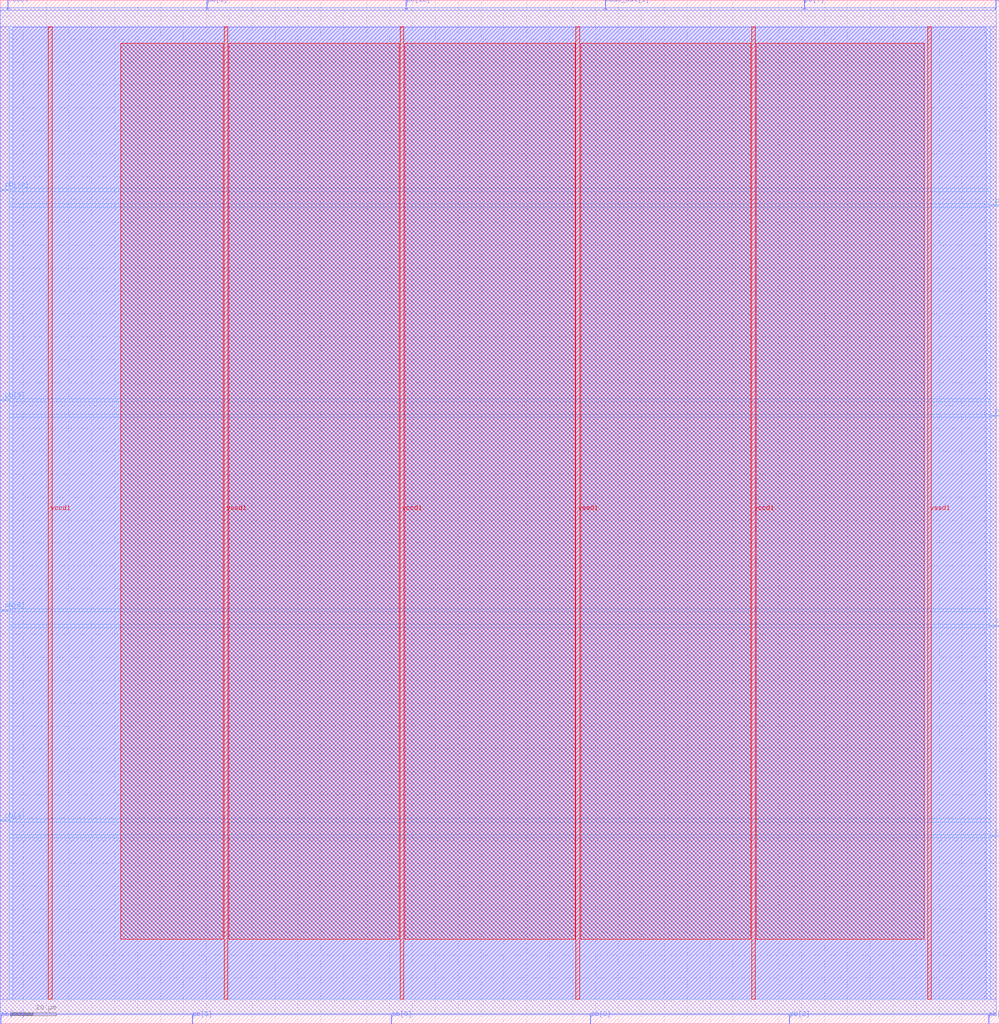
<source format=lef>
VERSION 5.7 ;
  NOWIREEXTENSIONATPIN ON ;
  DIVIDERCHAR "/" ;
  BUSBITCHARS "[]" ;
MACRO top_asic
  CLASS BLOCK ;
  FOREIGN top_asic ;
  ORIGIN 0.000 0.000 ;
  SIZE 436.300 BY 447.020 ;
  PIN clk
    DIRECTION INPUT ;
    USE SIGNAL ;
    ANTENNAGATEAREA 0.852000 ;
    PORT
      LAYER met3 ;
        RECT 432.300 81.640 436.300 82.240 ;
    END
  END clk
  PIN mode_out[0]
    DIRECTION OUTPUT TRISTATE ;
    USE SIGNAL ;
    ANTENNADIFFAREA 0.795200 ;
    PORT
      LAYER met2 ;
        RECT 434.790 443.020 435.070 447.020 ;
    END
  END mode_out[0]
  PIN mode_out[1]
    DIRECTION OUTPUT TRISTATE ;
    USE SIGNAL ;
    ANTENNADIFFAREA 0.795200 ;
    PORT
      LAYER met2 ;
        RECT 264.130 443.020 264.410 447.020 ;
    END
  END mode_out[1]
  PIN pb[0]
    DIRECTION INPUT ;
    USE SIGNAL ;
    ANTENNAGATEAREA 0.159000 ;
    PORT
      LAYER met2 ;
        RECT 170.750 0.000 171.030 4.000 ;
    END
  END pb[0]
  PIN pb[10]
    DIRECTION INPUT ;
    USE SIGNAL ;
    ANTENNAGATEAREA 0.213000 ;
    PORT
      LAYER met3 ;
        RECT 432.300 357.040 436.300 357.640 ;
    END
  END pb[10]
  PIN pb[11]
    DIRECTION INPUT ;
    USE SIGNAL ;
    ANTENNAGATEAREA 0.213000 ;
    PORT
      LAYER met2 ;
        RECT 431.570 0.000 431.850 4.000 ;
    END
  END pb[11]
  PIN pb[12]
    DIRECTION INPUT ;
    USE SIGNAL ;
    ANTENNAGATEAREA 0.196500 ;
    PORT
      LAYER met3 ;
        RECT 0.000 363.840 4.000 364.440 ;
    END
  END pb[12]
  PIN pb[13]
    DIRECTION INPUT ;
    USE SIGNAL ;
    ANTENNAGATEAREA 0.196500 ;
    PORT
      LAYER met2 ;
        RECT 177.190 443.020 177.470 447.020 ;
    END
  END pb[13]
  PIN pb[14]
    DIRECTION INPUT ;
    USE SIGNAL ;
    ANTENNAGATEAREA 0.196500 ;
    PORT
      LAYER met2 ;
        RECT 0.090 0.000 0.370 4.000 ;
    END
  END pb[14]
  PIN pb[1]
    DIRECTION INPUT ;
    USE SIGNAL ;
    ANTENNAGATEAREA 0.247500 ;
    PORT
      LAYER met2 ;
        RECT 90.250 443.020 90.530 447.020 ;
    END
  END pb[1]
  PIN pb[2]
    DIRECTION INPUT ;
    USE SIGNAL ;
    ANTENNAGATEAREA 0.213000 ;
    PORT
      LAYER met2 ;
        RECT 344.630 0.000 344.910 4.000 ;
    END
  END pb[2]
  PIN pb[3]
    DIRECTION INPUT ;
    USE SIGNAL ;
    ANTENNAGATEAREA 0.213000 ;
    PORT
      LAYER met2 ;
        RECT 83.810 0.000 84.090 4.000 ;
    END
  END pb[3]
  PIN pb[4]
    DIRECTION INPUT ;
    USE SIGNAL ;
    ANTENNAGATEAREA 0.213000 ;
    PORT
      LAYER met3 ;
        RECT 0.000 88.440 4.000 89.040 ;
    END
  END pb[4]
  PIN pb[5]
    DIRECTION INPUT ;
    USE SIGNAL ;
    ANTENNAGATEAREA 0.213000 ;
    PORT
      LAYER met3 ;
        RECT 432.300 265.240 436.300 265.840 ;
    END
  END pb[5]
  PIN pb[6]
    DIRECTION INPUT ;
    USE SIGNAL ;
    ANTENNAGATEAREA 0.213000 ;
    PORT
      LAYER met3 ;
        RECT 0.000 180.240 4.000 180.840 ;
    END
  END pb[6]
  PIN pb[7]
    DIRECTION INPUT ;
    USE SIGNAL ;
    ANTENNAGATEAREA 0.213000 ;
    PORT
      LAYER met2 ;
        RECT 351.070 443.020 351.350 447.020 ;
    END
  END pb[7]
  PIN pb[8]
    DIRECTION INPUT ;
    USE SIGNAL ;
    ANTENNAGATEAREA 0.213000 ;
    PORT
      LAYER met2 ;
        RECT 257.690 0.000 257.970 4.000 ;
    END
  END pb[8]
  PIN pb[9]
    DIRECTION INPUT ;
    USE SIGNAL ;
    ANTENNAGATEAREA 0.247500 ;
    PORT
      LAYER met3 ;
        RECT 0.000 272.040 4.000 272.640 ;
    END
  END pb[9]
  PIN reset
    DIRECTION INPUT ;
    USE SIGNAL ;
    ANTENNAGATEAREA 0.426000 ;
    PORT
      LAYER met2 ;
        RECT 3.310 443.020 3.590 447.020 ;
    END
  END reset
  PIN sigout
    DIRECTION OUTPUT TRISTATE ;
    USE SIGNAL ;
    ANTENNADIFFAREA 0.445500 ;
    PORT
      LAYER met3 ;
        RECT 432.300 173.440 436.300 174.040 ;
    END
  END sigout
  PIN vccd1
    DIRECTION INOUT ;
    USE POWER ;
    PORT
      LAYER met4 ;
        RECT 21.040 10.640 22.640 435.440 ;
    END
    PORT
      LAYER met4 ;
        RECT 174.640 10.640 176.240 435.440 ;
    END
    PORT
      LAYER met4 ;
        RECT 328.240 10.640 329.840 435.440 ;
    END
  END vccd1
  PIN vssd1
    DIRECTION INOUT ;
    USE GROUND ;
    PORT
      LAYER met4 ;
        RECT 97.840 10.640 99.440 435.440 ;
    END
    PORT
      LAYER met4 ;
        RECT 251.440 10.640 253.040 435.440 ;
    END
    PORT
      LAYER met4 ;
        RECT 405.040 10.640 406.640 435.440 ;
    END
  END vssd1
  OBS
      LAYER li1 ;
        RECT 5.520 10.795 430.560 435.285 ;
      LAYER met1 ;
        RECT 0.070 10.640 435.090 435.440 ;
      LAYER met2 ;
        RECT 0.100 442.740 3.030 443.770 ;
        RECT 3.870 442.740 89.970 443.770 ;
        RECT 90.810 442.740 176.910 443.770 ;
        RECT 177.750 442.740 263.850 443.770 ;
        RECT 264.690 442.740 350.790 443.770 ;
        RECT 351.630 442.740 434.510 443.770 ;
        RECT 0.100 4.280 435.060 442.740 ;
        RECT 0.650 4.000 83.530 4.280 ;
        RECT 84.370 4.000 170.470 4.280 ;
        RECT 171.310 4.000 257.410 4.280 ;
        RECT 258.250 4.000 344.350 4.280 ;
        RECT 345.190 4.000 431.290 4.280 ;
        RECT 432.130 4.000 435.060 4.280 ;
      LAYER met3 ;
        RECT 3.990 364.840 432.300 435.365 ;
        RECT 4.400 363.440 432.300 364.840 ;
        RECT 3.990 358.040 432.300 363.440 ;
        RECT 3.990 356.640 431.900 358.040 ;
        RECT 3.990 273.040 432.300 356.640 ;
        RECT 4.400 271.640 432.300 273.040 ;
        RECT 3.990 266.240 432.300 271.640 ;
        RECT 3.990 264.840 431.900 266.240 ;
        RECT 3.990 181.240 432.300 264.840 ;
        RECT 4.400 179.840 432.300 181.240 ;
        RECT 3.990 174.440 432.300 179.840 ;
        RECT 3.990 173.040 431.900 174.440 ;
        RECT 3.990 89.440 432.300 173.040 ;
        RECT 4.400 88.040 432.300 89.440 ;
        RECT 3.990 82.640 432.300 88.040 ;
        RECT 3.990 81.240 431.900 82.640 ;
        RECT 3.990 10.715 432.300 81.240 ;
      LAYER met4 ;
        RECT 52.735 36.895 97.440 428.225 ;
        RECT 99.840 36.895 174.240 428.225 ;
        RECT 176.640 36.895 251.040 428.225 ;
        RECT 253.440 36.895 327.840 428.225 ;
        RECT 330.240 36.895 403.585 428.225 ;
  END
END top_asic
END LIBRARY


</source>
